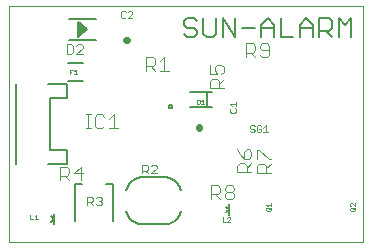
<source format=gto>
G75*
%MOIN*%
%OFA0B0*%
%FSLAX25Y25*%
%IPPOS*%
%LPD*%
%AMOC8*
5,1,8,0,0,1.08239X$1,22.5*
%
%ADD10C,0.00000*%
%ADD11C,0.00600*%
%ADD12C,0.02200*%
%ADD13C,0.00200*%
%ADD14C,0.00800*%
%ADD15C,0.00100*%
%ADD16C,0.00400*%
%ADD17C,0.00300*%
%ADD18C,0.00500*%
D10*
X0005737Y0008690D02*
X0005737Y0087430D01*
X0123847Y0087430D01*
X0123847Y0008690D01*
X0005737Y0008690D01*
D11*
X0059187Y0053281D02*
X0060254Y0053281D01*
X0060254Y0054349D01*
X0059187Y0054349D01*
X0059187Y0053281D01*
X0065175Y0076903D02*
X0064108Y0077971D01*
X0065175Y0076903D02*
X0067311Y0076903D01*
X0068378Y0077971D01*
X0068378Y0079038D01*
X0067311Y0080106D01*
X0065175Y0080106D01*
X0064108Y0081173D01*
X0064108Y0082241D01*
X0065175Y0083309D01*
X0067311Y0083309D01*
X0068378Y0082241D01*
X0070553Y0083309D02*
X0070553Y0077971D01*
X0071621Y0076903D01*
X0073756Y0076903D01*
X0074824Y0077971D01*
X0074824Y0083309D01*
X0076999Y0083309D02*
X0081269Y0076903D01*
X0081269Y0083309D01*
X0083444Y0080106D02*
X0087715Y0080106D01*
X0089890Y0080106D02*
X0094160Y0080106D01*
X0094160Y0081173D02*
X0094160Y0076903D01*
X0096335Y0076903D02*
X0100606Y0076903D01*
X0102781Y0076903D02*
X0102781Y0081173D01*
X0104916Y0083309D01*
X0107051Y0081173D01*
X0107051Y0076903D01*
X0109226Y0076903D02*
X0109226Y0083309D01*
X0112429Y0083309D01*
X0113497Y0082241D01*
X0113497Y0080106D01*
X0112429Y0079038D01*
X0109226Y0079038D01*
X0107051Y0080106D02*
X0102781Y0080106D01*
X0096335Y0083309D02*
X0096335Y0076903D01*
X0094160Y0081173D02*
X0092025Y0083309D01*
X0089890Y0081173D01*
X0089890Y0076903D01*
X0076999Y0076903D02*
X0076999Y0083309D01*
X0111362Y0079038D02*
X0113497Y0076903D01*
X0115672Y0076903D02*
X0115672Y0083309D01*
X0117807Y0081173D01*
X0119942Y0083309D01*
X0119942Y0076903D01*
D12*
X0069044Y0046959D02*
X0069044Y0046719D01*
X0044991Y0076052D02*
X0044751Y0076052D01*
D13*
X0044343Y0083404D02*
X0043609Y0083404D01*
X0043243Y0083771D01*
X0043243Y0085239D01*
X0043609Y0085606D01*
X0044343Y0085606D01*
X0044710Y0085239D01*
X0045452Y0085239D02*
X0045819Y0085606D01*
X0046553Y0085606D01*
X0046920Y0085239D01*
X0046920Y0084872D01*
X0045452Y0083404D01*
X0046920Y0083404D01*
X0044710Y0083771D02*
X0044343Y0083404D01*
X0081613Y0055542D02*
X0081613Y0054074D01*
X0081613Y0054808D02*
X0079412Y0054808D01*
X0080145Y0054074D01*
X0079778Y0053332D02*
X0079412Y0052966D01*
X0079412Y0052232D01*
X0079778Y0051865D01*
X0081246Y0051865D01*
X0081613Y0052232D01*
X0081613Y0052966D01*
X0081246Y0053332D01*
X0086543Y0047607D02*
X0086176Y0047240D01*
X0086176Y0046873D01*
X0086543Y0046506D01*
X0087277Y0046506D01*
X0087644Y0046139D01*
X0087644Y0045772D01*
X0087277Y0045406D01*
X0086543Y0045406D01*
X0086176Y0045772D01*
X0087644Y0047240D02*
X0087277Y0047607D01*
X0086543Y0047607D01*
X0088386Y0047240D02*
X0088386Y0045772D01*
X0088753Y0045406D01*
X0089487Y0045406D01*
X0089854Y0045772D01*
X0089854Y0046506D01*
X0089120Y0046506D01*
X0089854Y0047240D02*
X0089487Y0047607D01*
X0088753Y0047607D01*
X0088386Y0047240D01*
X0090596Y0046873D02*
X0091330Y0047607D01*
X0091330Y0045406D01*
X0090596Y0045406D02*
X0092064Y0045406D01*
D14*
X0073335Y0053690D02*
X0071761Y0053690D01*
X0071761Y0058808D01*
X0066249Y0058808D01*
X0071761Y0058808D02*
X0073335Y0058808D01*
X0071761Y0053690D02*
X0066249Y0053690D01*
X0057902Y0030383D02*
X0050028Y0030383D01*
X0049879Y0030370D01*
X0049730Y0030354D01*
X0049582Y0030334D01*
X0049435Y0030310D01*
X0049288Y0030282D01*
X0049142Y0030251D01*
X0048997Y0030215D01*
X0048852Y0030176D01*
X0048709Y0030132D01*
X0048567Y0030085D01*
X0048427Y0030035D01*
X0048288Y0029980D01*
X0048150Y0029922D01*
X0048014Y0029861D01*
X0047879Y0029795D01*
X0047746Y0029727D01*
X0047616Y0029655D01*
X0047487Y0029579D01*
X0047360Y0029500D01*
X0047235Y0029417D01*
X0047112Y0029332D01*
X0046992Y0029243D01*
X0046874Y0029151D01*
X0046759Y0029056D01*
X0046646Y0028958D01*
X0046536Y0028857D01*
X0046429Y0028753D01*
X0046324Y0028646D01*
X0046222Y0028537D01*
X0046123Y0028425D01*
X0046027Y0028310D01*
X0045934Y0028193D01*
X0045844Y0028074D01*
X0045758Y0027952D01*
X0045675Y0027828D01*
X0045594Y0027702D01*
X0045518Y0027573D01*
X0045445Y0027443D01*
X0045375Y0027311D01*
X0045308Y0027177D01*
X0045246Y0027041D01*
X0045187Y0026904D01*
X0045131Y0026765D01*
X0045079Y0026625D01*
X0045031Y0026483D01*
X0044987Y0026341D01*
X0044946Y0026197D01*
X0044910Y0026052D01*
X0040383Y0028217D02*
X0040383Y0015619D01*
X0050028Y0014635D02*
X0057902Y0014635D01*
X0057902Y0014634D02*
X0058051Y0014647D01*
X0058200Y0014663D01*
X0058348Y0014683D01*
X0058495Y0014707D01*
X0058642Y0014735D01*
X0058788Y0014766D01*
X0058933Y0014802D01*
X0059078Y0014841D01*
X0059221Y0014885D01*
X0059363Y0014932D01*
X0059503Y0014982D01*
X0059642Y0015037D01*
X0059780Y0015095D01*
X0059916Y0015156D01*
X0060051Y0015222D01*
X0060184Y0015290D01*
X0060314Y0015362D01*
X0060443Y0015438D01*
X0060570Y0015517D01*
X0060695Y0015600D01*
X0060818Y0015685D01*
X0060938Y0015774D01*
X0061056Y0015866D01*
X0061171Y0015961D01*
X0061284Y0016059D01*
X0061394Y0016160D01*
X0061501Y0016264D01*
X0061606Y0016371D01*
X0061708Y0016480D01*
X0061807Y0016592D01*
X0061903Y0016707D01*
X0061996Y0016824D01*
X0062086Y0016943D01*
X0062172Y0017065D01*
X0062255Y0017189D01*
X0062336Y0017315D01*
X0062412Y0017444D01*
X0062485Y0017574D01*
X0062555Y0017706D01*
X0062622Y0017840D01*
X0062684Y0017976D01*
X0062743Y0018113D01*
X0062799Y0018252D01*
X0062851Y0018392D01*
X0062899Y0018534D01*
X0062943Y0018676D01*
X0062984Y0018820D01*
X0063020Y0018965D01*
X0063021Y0026052D02*
X0062985Y0026197D01*
X0062944Y0026340D01*
X0062900Y0026483D01*
X0062852Y0026625D01*
X0062800Y0026765D01*
X0062744Y0026904D01*
X0062685Y0027041D01*
X0062623Y0027177D01*
X0062556Y0027311D01*
X0062487Y0027443D01*
X0062413Y0027573D01*
X0062337Y0027702D01*
X0062257Y0027828D01*
X0062173Y0027952D01*
X0062087Y0028074D01*
X0061997Y0028193D01*
X0061904Y0028310D01*
X0061808Y0028425D01*
X0061709Y0028537D01*
X0061607Y0028646D01*
X0061503Y0028753D01*
X0061395Y0028857D01*
X0061285Y0028958D01*
X0061172Y0029056D01*
X0061057Y0029151D01*
X0060939Y0029243D01*
X0060819Y0029332D01*
X0060696Y0029418D01*
X0060571Y0029500D01*
X0060444Y0029579D01*
X0060315Y0029655D01*
X0060185Y0029727D01*
X0060052Y0029796D01*
X0059917Y0029861D01*
X0059781Y0029922D01*
X0059643Y0029980D01*
X0059504Y0030035D01*
X0059363Y0030085D01*
X0059222Y0030132D01*
X0059078Y0030176D01*
X0058934Y0030215D01*
X0058789Y0030251D01*
X0058643Y0030282D01*
X0058496Y0030310D01*
X0058349Y0030334D01*
X0058200Y0030354D01*
X0058052Y0030370D01*
X0057903Y0030383D01*
X0044910Y0018965D02*
X0044946Y0018820D01*
X0044987Y0018677D01*
X0045031Y0018534D01*
X0045079Y0018392D01*
X0045131Y0018252D01*
X0045187Y0018113D01*
X0045246Y0017976D01*
X0045308Y0017840D01*
X0045375Y0017706D01*
X0045444Y0017574D01*
X0045518Y0017444D01*
X0045594Y0017315D01*
X0045674Y0017189D01*
X0045758Y0017065D01*
X0045844Y0016943D01*
X0045934Y0016824D01*
X0046027Y0016707D01*
X0046123Y0016592D01*
X0046222Y0016480D01*
X0046324Y0016371D01*
X0046428Y0016264D01*
X0046536Y0016160D01*
X0046646Y0016059D01*
X0046759Y0015961D01*
X0046874Y0015866D01*
X0046992Y0015774D01*
X0047112Y0015685D01*
X0047235Y0015599D01*
X0047360Y0015517D01*
X0047487Y0015438D01*
X0047616Y0015362D01*
X0047746Y0015290D01*
X0047879Y0015221D01*
X0048014Y0015156D01*
X0048150Y0015095D01*
X0048288Y0015037D01*
X0048427Y0014982D01*
X0048568Y0014932D01*
X0048709Y0014885D01*
X0048853Y0014841D01*
X0048997Y0014802D01*
X0049142Y0014766D01*
X0049288Y0014735D01*
X0049435Y0014707D01*
X0049582Y0014683D01*
X0049731Y0014663D01*
X0049879Y0014647D01*
X0050028Y0014634D01*
X0040383Y0028217D02*
X0038020Y0028217D01*
X0030146Y0028217D02*
X0027784Y0028217D01*
X0027784Y0015619D01*
X0020934Y0016406D02*
X0020934Y0014595D01*
X0019713Y0015486D02*
X0020934Y0016406D01*
X0020934Y0018217D01*
X0019713Y0017266D02*
X0020873Y0016506D01*
X0018769Y0034674D02*
X0025068Y0034674D01*
X0025068Y0039398D01*
X0019556Y0039398D01*
X0019556Y0056721D01*
X0025068Y0056721D01*
X0025068Y0061446D01*
X0018769Y0061446D01*
X0025324Y0062343D02*
X0030324Y0062343D01*
X0030324Y0068343D02*
X0025324Y0068343D01*
X0008139Y0061446D02*
X0008139Y0034674D01*
X0078020Y0020376D02*
X0079180Y0019617D01*
X0079241Y0019517D02*
X0078020Y0018596D01*
X0079241Y0017706D02*
X0079241Y0019517D01*
X0079241Y0021328D01*
D15*
X0079314Y0016928D02*
X0078814Y0016928D01*
X0078563Y0016678D01*
X0079314Y0016928D02*
X0079564Y0016678D01*
X0079564Y0016428D01*
X0078563Y0015427D01*
X0079564Y0015427D01*
X0078091Y0015427D02*
X0077090Y0015427D01*
X0077090Y0016928D01*
X0091542Y0019386D02*
X0091542Y0019886D01*
X0091792Y0020137D01*
X0092793Y0020137D01*
X0093043Y0019886D01*
X0093043Y0019386D01*
X0092793Y0019136D01*
X0091792Y0019136D01*
X0091542Y0019386D01*
X0092542Y0019636D02*
X0093043Y0020137D01*
X0093043Y0020609D02*
X0093043Y0021610D01*
X0093043Y0021109D02*
X0091542Y0021109D01*
X0092042Y0020609D01*
X0119534Y0020820D02*
X0119784Y0020570D01*
X0119534Y0020820D02*
X0119534Y0021320D01*
X0119784Y0021570D01*
X0120034Y0021570D01*
X0121035Y0020570D01*
X0121035Y0021570D01*
X0121035Y0020097D02*
X0120535Y0019597D01*
X0120785Y0020097D02*
X0121035Y0019847D01*
X0121035Y0019347D01*
X0120785Y0019096D01*
X0119784Y0019096D01*
X0119534Y0019347D01*
X0119534Y0019847D01*
X0119784Y0020097D01*
X0120785Y0020097D01*
X0070901Y0054636D02*
X0069900Y0054636D01*
X0070401Y0054636D02*
X0070401Y0056137D01*
X0069900Y0055637D01*
X0069428Y0055887D02*
X0069428Y0054886D01*
X0069178Y0054636D01*
X0068427Y0054636D01*
X0068427Y0056137D01*
X0069178Y0056137D01*
X0069428Y0055887D01*
X0028480Y0064699D02*
X0027479Y0064699D01*
X0027980Y0064699D02*
X0027980Y0066200D01*
X0027479Y0065700D01*
X0027007Y0066200D02*
X0026006Y0066200D01*
X0026006Y0064699D01*
X0026006Y0065449D02*
X0026506Y0065449D01*
X0014851Y0017755D02*
X0014851Y0016254D01*
X0014351Y0016254D02*
X0015352Y0016254D01*
X0014351Y0017254D02*
X0014851Y0017755D01*
X0012878Y0017755D02*
X0012878Y0016254D01*
X0013878Y0016254D01*
D16*
X0022812Y0029264D02*
X0022812Y0033868D01*
X0025114Y0033868D01*
X0025881Y0033100D01*
X0025881Y0031566D01*
X0025114Y0030798D01*
X0022812Y0030798D01*
X0024346Y0030798D02*
X0025881Y0029264D01*
X0027416Y0031566D02*
X0030485Y0031566D01*
X0029718Y0029264D02*
X0029718Y0033868D01*
X0027416Y0031566D01*
X0031435Y0046618D02*
X0032970Y0046618D01*
X0032203Y0046618D02*
X0032203Y0051222D01*
X0032970Y0051222D02*
X0031435Y0051222D01*
X0034505Y0050455D02*
X0034505Y0047385D01*
X0035272Y0046618D01*
X0036807Y0046618D01*
X0037574Y0047385D01*
X0039109Y0046618D02*
X0042178Y0046618D01*
X0040643Y0046618D02*
X0040643Y0051222D01*
X0039109Y0049687D01*
X0037574Y0050455D02*
X0036807Y0051222D01*
X0035272Y0051222D01*
X0034505Y0050455D01*
X0051429Y0065878D02*
X0051429Y0070482D01*
X0053731Y0070482D01*
X0054498Y0069715D01*
X0054498Y0068180D01*
X0053731Y0067413D01*
X0051429Y0067413D01*
X0052964Y0067413D02*
X0054498Y0065878D01*
X0056033Y0065878D02*
X0059102Y0065878D01*
X0057568Y0065878D02*
X0057568Y0070482D01*
X0056033Y0068947D01*
X0072764Y0067690D02*
X0072764Y0064620D01*
X0075066Y0064620D01*
X0074298Y0066155D01*
X0074298Y0066922D01*
X0075066Y0067690D01*
X0076600Y0067690D01*
X0077368Y0066922D01*
X0077368Y0065388D01*
X0076600Y0064620D01*
X0077368Y0063086D02*
X0075833Y0061551D01*
X0075833Y0062319D02*
X0075833Y0060017D01*
X0077368Y0060017D02*
X0072764Y0060017D01*
X0072764Y0062319D01*
X0073531Y0063086D01*
X0075066Y0063086D01*
X0075833Y0062319D01*
X0084859Y0070287D02*
X0084859Y0074891D01*
X0087161Y0074891D01*
X0087928Y0074124D01*
X0087928Y0072589D01*
X0087161Y0071822D01*
X0084859Y0071822D01*
X0086394Y0071822D02*
X0087928Y0070287D01*
X0089463Y0071055D02*
X0090230Y0070287D01*
X0091765Y0070287D01*
X0092532Y0071055D01*
X0092532Y0074124D01*
X0091765Y0074891D01*
X0090230Y0074891D01*
X0089463Y0074124D01*
X0089463Y0073357D01*
X0090230Y0072589D01*
X0092532Y0072589D01*
X0089279Y0039383D02*
X0088512Y0039383D01*
X0088512Y0036313D01*
X0089279Y0034779D02*
X0090814Y0034779D01*
X0091581Y0034011D01*
X0091581Y0031709D01*
X0093116Y0031709D02*
X0088512Y0031709D01*
X0088512Y0034011D01*
X0089279Y0034779D01*
X0086541Y0034976D02*
X0085006Y0033441D01*
X0085006Y0034208D02*
X0085006Y0031906D01*
X0086541Y0031906D02*
X0081937Y0031906D01*
X0081937Y0034208D01*
X0082704Y0034976D01*
X0084239Y0034976D01*
X0085006Y0034208D01*
X0084239Y0036510D02*
X0084239Y0038812D01*
X0085006Y0039580D01*
X0085774Y0039580D01*
X0086541Y0038812D01*
X0086541Y0037278D01*
X0085774Y0036510D01*
X0084239Y0036510D01*
X0082704Y0038045D01*
X0081937Y0039580D01*
X0089279Y0039383D02*
X0092348Y0036313D01*
X0093116Y0036313D01*
X0093116Y0034779D02*
X0091581Y0033244D01*
X0080721Y0026880D02*
X0080721Y0026113D01*
X0079954Y0025345D01*
X0078419Y0025345D01*
X0077652Y0026113D01*
X0077652Y0026880D01*
X0078419Y0027647D01*
X0079954Y0027647D01*
X0080721Y0026880D01*
X0079954Y0025345D02*
X0080721Y0024578D01*
X0080721Y0023811D01*
X0079954Y0023043D01*
X0078419Y0023043D01*
X0077652Y0023811D01*
X0077652Y0024578D01*
X0078419Y0025345D01*
X0076117Y0025345D02*
X0076117Y0026880D01*
X0075350Y0027647D01*
X0073048Y0027647D01*
X0073048Y0023043D01*
X0073048Y0024578D02*
X0075350Y0024578D01*
X0076117Y0025345D01*
X0074583Y0024578D02*
X0076117Y0023043D01*
X0030303Y0071461D02*
X0028235Y0071461D01*
X0030303Y0073529D01*
X0030303Y0074046D01*
X0029786Y0074563D01*
X0028752Y0074563D01*
X0028235Y0074046D01*
X0027080Y0074046D02*
X0026563Y0074563D01*
X0025012Y0074563D01*
X0025012Y0071461D01*
X0026563Y0071461D01*
X0027080Y0071978D01*
X0027080Y0074046D01*
D17*
X0050191Y0034487D02*
X0051642Y0034487D01*
X0052126Y0034003D01*
X0052126Y0033036D01*
X0051642Y0032552D01*
X0050191Y0032552D01*
X0051158Y0032552D02*
X0052126Y0031585D01*
X0053137Y0031585D02*
X0055072Y0033520D01*
X0055072Y0034003D01*
X0054589Y0034487D01*
X0053621Y0034487D01*
X0053137Y0034003D01*
X0050191Y0034487D02*
X0050191Y0031585D01*
X0053137Y0031585D02*
X0055072Y0031585D01*
X0036616Y0023342D02*
X0036616Y0022858D01*
X0036132Y0022374D01*
X0036616Y0021891D01*
X0036616Y0021407D01*
X0036132Y0020923D01*
X0035164Y0020923D01*
X0034681Y0021407D01*
X0033669Y0020923D02*
X0032702Y0021891D01*
X0033185Y0021891D02*
X0031734Y0021891D01*
X0031734Y0020923D02*
X0031734Y0023826D01*
X0033185Y0023826D01*
X0033669Y0023342D01*
X0033669Y0022374D01*
X0033185Y0021891D01*
X0034681Y0023342D02*
X0035164Y0023826D01*
X0036132Y0023826D01*
X0036616Y0023342D01*
X0036132Y0022374D02*
X0035648Y0022374D01*
D18*
X0034843Y0076056D02*
X0025843Y0076056D01*
X0028843Y0077056D02*
X0028843Y0077556D01*
X0029343Y0081556D01*
X0031343Y0079556D01*
X0028843Y0078056D01*
X0029343Y0081056D01*
X0030843Y0079556D01*
X0029343Y0078556D01*
X0029343Y0079056D01*
X0029843Y0080056D01*
X0029843Y0079556D01*
X0029843Y0080056D02*
X0030343Y0079556D01*
X0029343Y0079056D01*
X0029343Y0080556D01*
X0029843Y0080056D01*
X0031843Y0079556D02*
X0028843Y0077556D01*
X0028843Y0078056D01*
X0028843Y0082056D01*
X0031843Y0079556D01*
X0028843Y0077056D01*
X0025843Y0083056D02*
X0034843Y0083056D01*
M02*

</source>
